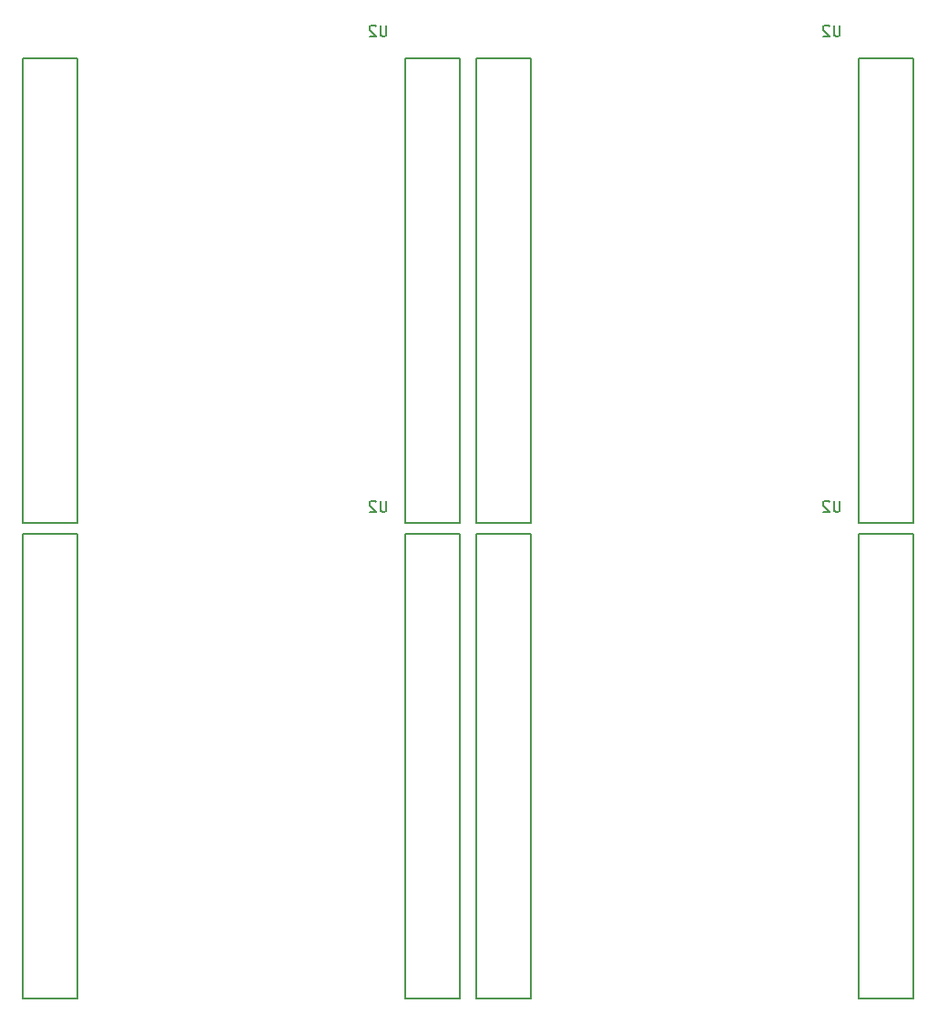
<source format=gbo>
G04 #@! TF.FileFunction,Legend,Bot*
%FSLAX46Y46*%
G04 Gerber Fmt 4.6, Leading zero omitted, Abs format (unit mm)*
G04 Created by KiCad (PCBNEW 4.0.7-e2-6376~58~ubuntu16.04.1) date Sat Apr 14 23:56:37 2018*
%MOMM*%
%LPD*%
G01*
G04 APERTURE LIST*
%ADD10C,0.100000*%
%ADD11C,0.150000*%
G04 APERTURE END LIST*
D10*
D11*
X112522000Y-98806000D02*
X112522000Y-55626000D01*
X107442000Y-98806000D02*
X112522000Y-98806000D01*
X107442000Y-55626000D02*
X107442000Y-98806000D01*
X112522000Y-55626000D02*
X107442000Y-55626000D01*
X148082000Y-55626000D02*
X143002000Y-55626000D01*
X143002000Y-55626000D02*
X143002000Y-98806000D01*
X143002000Y-98806000D02*
X148082000Y-98806000D01*
X148082000Y-98806000D02*
X148082000Y-55626000D01*
X154686000Y-98806000D02*
X154686000Y-55626000D01*
X149606000Y-98806000D02*
X154686000Y-98806000D01*
X149606000Y-55626000D02*
X149606000Y-98806000D01*
X154686000Y-55626000D02*
X149606000Y-55626000D01*
X190246000Y-55626000D02*
X185166000Y-55626000D01*
X185166000Y-55626000D02*
X185166000Y-98806000D01*
X185166000Y-98806000D02*
X190246000Y-98806000D01*
X190246000Y-98806000D02*
X190246000Y-55626000D01*
X154686000Y-143002000D02*
X154686000Y-99822000D01*
X149606000Y-143002000D02*
X154686000Y-143002000D01*
X149606000Y-99822000D02*
X149606000Y-143002000D01*
X154686000Y-99822000D02*
X149606000Y-99822000D01*
X190246000Y-99822000D02*
X185166000Y-99822000D01*
X185166000Y-99822000D02*
X185166000Y-143002000D01*
X185166000Y-143002000D02*
X190246000Y-143002000D01*
X190246000Y-143002000D02*
X190246000Y-99822000D01*
X112522000Y-143002000D02*
X112522000Y-99822000D01*
X107442000Y-143002000D02*
X112522000Y-143002000D01*
X107442000Y-99822000D02*
X107442000Y-143002000D01*
X112522000Y-99822000D02*
X107442000Y-99822000D01*
X148082000Y-99822000D02*
X143002000Y-99822000D01*
X143002000Y-99822000D02*
X143002000Y-143002000D01*
X143002000Y-143002000D02*
X148082000Y-143002000D01*
X148082000Y-143002000D02*
X148082000Y-99822000D01*
X141223905Y-52538381D02*
X141223905Y-53347905D01*
X141176286Y-53443143D01*
X141128667Y-53490762D01*
X141033429Y-53538381D01*
X140842952Y-53538381D01*
X140747714Y-53490762D01*
X140700095Y-53443143D01*
X140652476Y-53347905D01*
X140652476Y-52538381D01*
X140223905Y-52633619D02*
X140176286Y-52586000D01*
X140081048Y-52538381D01*
X139842952Y-52538381D01*
X139747714Y-52586000D01*
X139700095Y-52633619D01*
X139652476Y-52728857D01*
X139652476Y-52824095D01*
X139700095Y-52966952D01*
X140271524Y-53538381D01*
X139652476Y-53538381D01*
X183387905Y-52538381D02*
X183387905Y-53347905D01*
X183340286Y-53443143D01*
X183292667Y-53490762D01*
X183197429Y-53538381D01*
X183006952Y-53538381D01*
X182911714Y-53490762D01*
X182864095Y-53443143D01*
X182816476Y-53347905D01*
X182816476Y-52538381D01*
X182387905Y-52633619D02*
X182340286Y-52586000D01*
X182245048Y-52538381D01*
X182006952Y-52538381D01*
X181911714Y-52586000D01*
X181864095Y-52633619D01*
X181816476Y-52728857D01*
X181816476Y-52824095D01*
X181864095Y-52966952D01*
X182435524Y-53538381D01*
X181816476Y-53538381D01*
X183387905Y-96734381D02*
X183387905Y-97543905D01*
X183340286Y-97639143D01*
X183292667Y-97686762D01*
X183197429Y-97734381D01*
X183006952Y-97734381D01*
X182911714Y-97686762D01*
X182864095Y-97639143D01*
X182816476Y-97543905D01*
X182816476Y-96734381D01*
X182387905Y-96829619D02*
X182340286Y-96782000D01*
X182245048Y-96734381D01*
X182006952Y-96734381D01*
X181911714Y-96782000D01*
X181864095Y-96829619D01*
X181816476Y-96924857D01*
X181816476Y-97020095D01*
X181864095Y-97162952D01*
X182435524Y-97734381D01*
X181816476Y-97734381D01*
X141223905Y-96734381D02*
X141223905Y-97543905D01*
X141176286Y-97639143D01*
X141128667Y-97686762D01*
X141033429Y-97734381D01*
X140842952Y-97734381D01*
X140747714Y-97686762D01*
X140700095Y-97639143D01*
X140652476Y-97543905D01*
X140652476Y-96734381D01*
X140223905Y-96829619D02*
X140176286Y-96782000D01*
X140081048Y-96734381D01*
X139842952Y-96734381D01*
X139747714Y-96782000D01*
X139700095Y-96829619D01*
X139652476Y-96924857D01*
X139652476Y-97020095D01*
X139700095Y-97162952D01*
X140271524Y-97734381D01*
X139652476Y-97734381D01*
M02*

</source>
